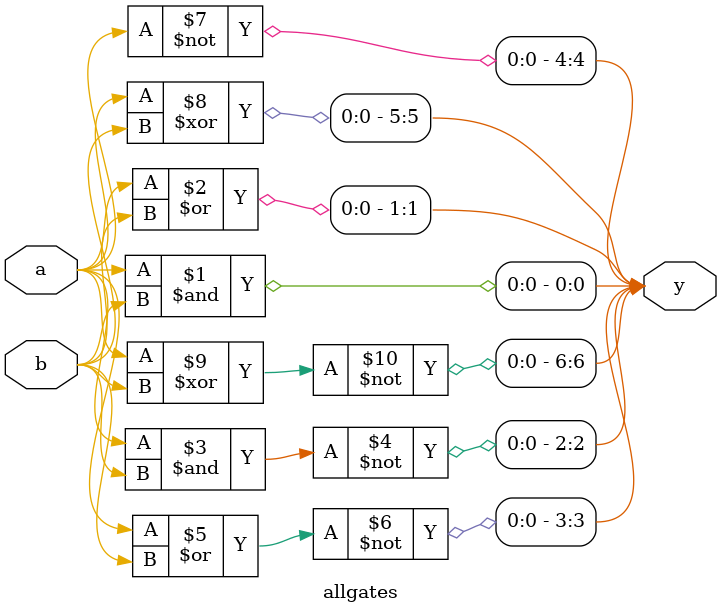
<source format=v>
module allgates(y,a,b);
output [6:0]y;
input a,b;
assign y[0]=a&b;
assign y[1]=a|b;
assign y[2]=~(a&b);
assign y[3]=~(a|b);
assign y[4]=~a;
assign y[5]=a^b;
assign y[6]=~(a^b);
endmodule

</source>
